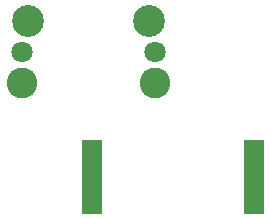
<source format=gbs>
%FSLAX25Y25*%
%MOIN*%
G70*
G01*
G75*
G04 Layer_Color=16711935*
%ADD10R,0.01969X0.07874*%
%ADD11R,0.03143X0.10268*%
%ADD12R,0.03543X0.10268*%
%ADD13R,0.06000X0.24016*%
%ADD14C,0.01600*%
%ADD15C,0.06299*%
%ADD16C,0.09449*%
%ADD17C,0.09843*%
%ADD18C,0.02000*%
%ADD19C,0.00394*%
%ADD20C,0.01378*%
%ADD21R,0.02769X0.08674*%
%ADD22R,0.03943X0.11068*%
%ADD23R,0.04343X0.11068*%
%ADD24R,0.06800X0.24816*%
%ADD25C,0.07099*%
%ADD26C,0.10249*%
%ADD27C,0.10642*%
D24*
X232500Y312992D02*
D03*
X286728Y312992D02*
D03*
D25*
X209453Y354500D02*
D03*
X253547D02*
D03*
D26*
X253744Y344264D02*
D03*
X209256D02*
D03*
D27*
X251776Y364736D02*
D03*
X211224D02*
D03*
M02*

</source>
